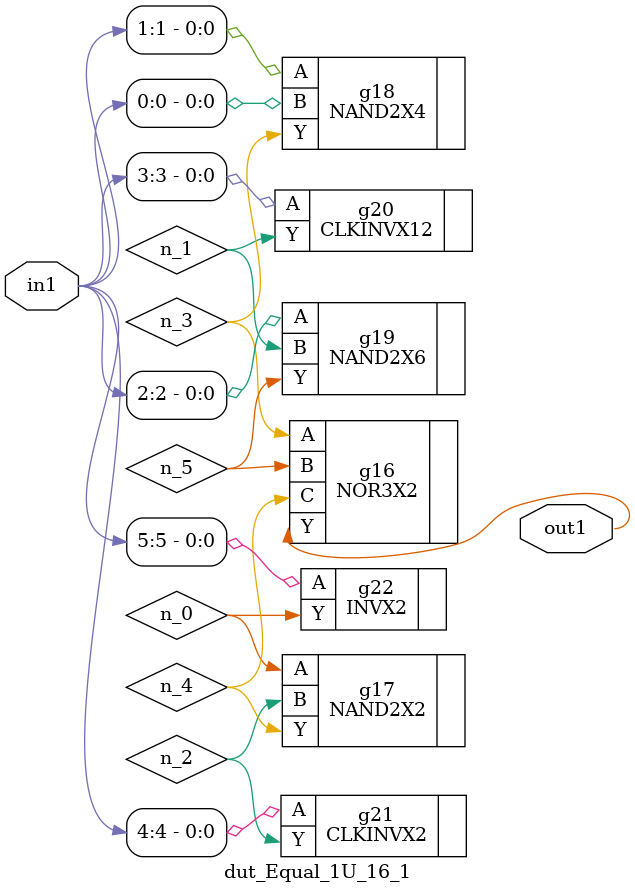
<source format=v>
`timescale 1ps / 1ps


module dut_Equal_1U_16_1(in1, out1);
  input [5:0] in1;
  output out1;
  wire [5:0] in1;
  wire out1;
  wire n_0, n_1, n_2, n_3, n_4, n_5;
  NOR3X2 g16(.A (n_3), .B (n_5), .C (n_4), .Y (out1));
  NAND2X6 g19(.A (in1[2]), .B (n_1), .Y (n_5));
  NAND2X2 g17(.A (n_0), .B (n_2), .Y (n_4));
  NAND2X4 g18(.A (in1[1]), .B (in1[0]), .Y (n_3));
  CLKINVX2 g21(.A (in1[4]), .Y (n_2));
  CLKINVX12 g20(.A (in1[3]), .Y (n_1));
  INVX2 g22(.A (in1[5]), .Y (n_0));
endmodule



</source>
